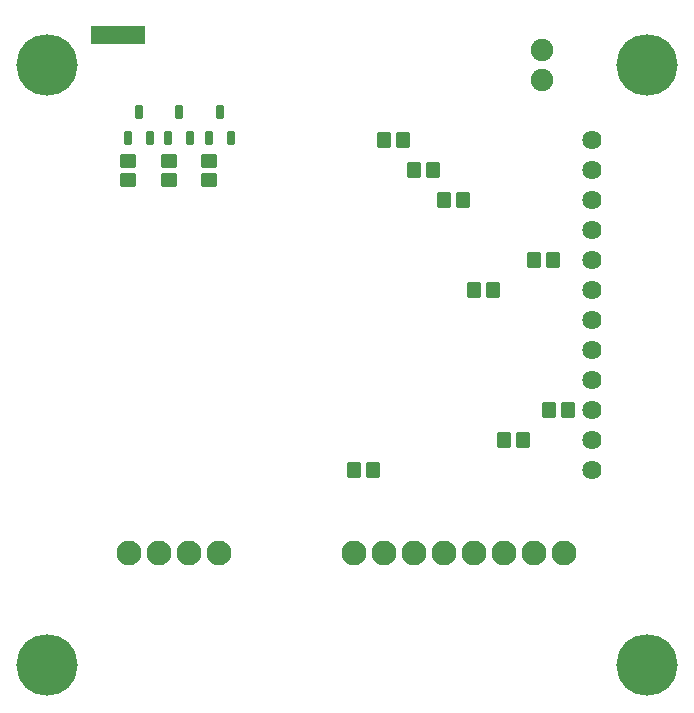
<source format=gts>
G04 Layer: TopSolderMaskLayer*
G04 Panelize: , Column: 2, Row: 2, Board Size: 58.42mm x 58.42mm, Panelized Board Size: 118.84mm x 118.84mm*
G04 EasyEDA v6.5.34, 2023-08-21 18:11:39*
G04 65339524c9c04168860851439bfcdcf3,5a6b42c53f6a479593ecc07194224c93,10*
G04 Gerber Generator version 0.2*
G04 Scale: 100 percent, Rotated: No, Reflected: No *
G04 Dimensions in millimeters *
G04 leading zeros omitted , absolute positions ,4 integer and 5 decimal *
%FSLAX45Y45*%
%MOMM*%

%AMMACRO1*1,1,$1,$2,$3*1,1,$1,$4,$5*1,1,$1,0-$2,0-$3*1,1,$1,0-$4,0-$5*20,1,$1,$2,$3,$4,$5,0*20,1,$1,$4,$5,0-$2,0-$3,0*20,1,$1,0-$2,0-$3,0-$4,0-$5,0*20,1,$1,0-$4,0-$5,$2,$3,0*4,1,4,$2,$3,$4,$5,0-$2,0-$3,0-$4,0-$5,$2,$3,0*%
%ADD10MACRO1,0.2032X0.5X-0.55X-0.5X-0.55*%
%ADD11MACRO1,0.1016X-0.266X-0.5188X0.266X-0.5188*%
%ADD12MACRO1,0.2032X-0.55X-0.5X-0.55X0.5*%
%ADD13C,5.2032*%
%ADD14C,2.1016*%
%ADD15C,1.9016*%
%ADD16C,1.6256*%

%LPD*%
D10*
G01*
X2980692Y2032000D03*
G01*
X3140692Y2032000D03*
G01*
X3234692Y4826000D03*
G01*
X3394692Y4826000D03*
G01*
X3488692Y4572000D03*
G01*
X3648692Y4572000D03*
G01*
X3742692Y4318000D03*
G01*
X3902692Y4318000D03*
G01*
X3996692Y3556000D03*
G01*
X4156692Y3556000D03*
G01*
X4250692Y2286000D03*
G01*
X4410692Y2286000D03*
G01*
X4504692Y3810000D03*
G01*
X4664692Y3810000D03*
G01*
X4631692Y2540000D03*
G01*
X4791692Y2540000D03*
D11*
G01*
X1155700Y5063125D03*
G01*
X1060700Y4842874D03*
G01*
X1250699Y4842874D03*
D12*
G01*
X1066800Y4652007D03*
G01*
X1066800Y4492007D03*
G01*
X1409700Y4652007D03*
G01*
X1409700Y4492007D03*
D11*
G01*
X1498600Y5063125D03*
G01*
X1403600Y4842874D03*
G01*
X1593599Y4842874D03*
D12*
G01*
X1752600Y4652007D03*
G01*
X1752600Y4492007D03*
D11*
G01*
X1841500Y5063125D03*
G01*
X1746500Y4842874D03*
G01*
X1936499Y4842874D03*
D13*
G01*
X381000Y5461000D03*
G01*
X5461000Y5461000D03*
G01*
X5461000Y381000D03*
G01*
X381000Y381000D03*
D14*
G01*
X4759706Y1329893D03*
G01*
X4505706Y1329893D03*
G01*
X4251706Y1329893D03*
G01*
X3997706Y1329893D03*
G01*
X3743706Y1329893D03*
G01*
X3489706Y1329893D03*
G01*
X3235706Y1329893D03*
G01*
X2981706Y1329893D03*
D15*
G01*
X4572000Y5588000D03*
G01*
X4572000Y5334000D03*
D14*
G01*
X1835099Y1329918D03*
G01*
X1581099Y1329918D03*
G01*
X1327099Y1329918D03*
G01*
X1073099Y1329918D03*
D16*
G01*
X4991100Y2540000D03*
G01*
X4991100Y2032000D03*
G01*
X4991100Y2286000D03*
G01*
X4991100Y2794000D03*
G01*
X4991100Y3048000D03*
G01*
X4991100Y3302000D03*
G01*
X4991100Y3556000D03*
G01*
X4991100Y3810000D03*
G01*
X4991100Y4064000D03*
G01*
X4991100Y4318000D03*
G01*
X4991100Y4826000D03*
G01*
X4991100Y4572000D03*
G36*
X749300Y5791200D02*
G01*
X1206500Y5791200D01*
X1206500Y5638800D01*
X749300Y5638800D01*
G37*
M02*

</source>
